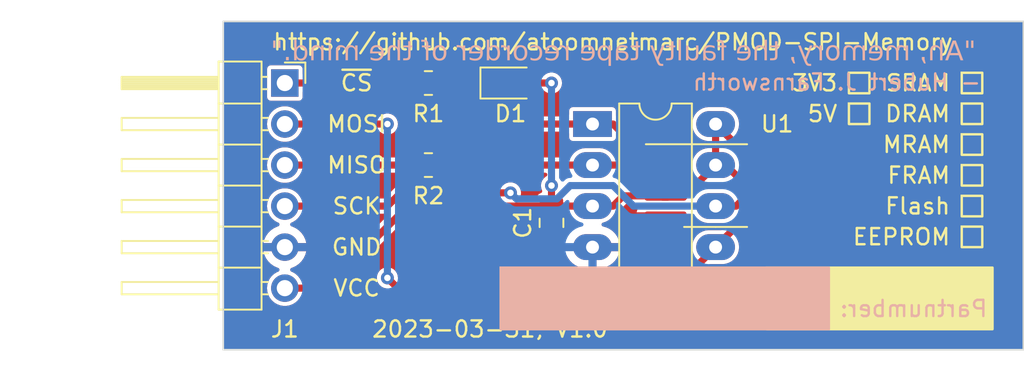
<source format=kicad_pcb>
(kicad_pcb (version 20221018) (generator pcbnew)
  (title_block (title "PMOD SPI Memory") (date "2023-03-31") (rev "V1.0") (company "https://github.com/atoomnetmarc/PMOD-SPI-Memory"))
  (layers (0 "F.Cu" signal) (31 "B.Cu" signal) (34 "B.Paste" user) (35 "F.Paste" user) (36 "B.SilkS" user "B.Silkscreen") (37 "F.SilkS" user "F.Silkscreen") (38 "B.Mask" user) (39 "F.Mask" user) (44 "Edge.Cuts" user))
  (net 0 "")
  (net 1 "GND")
  (net 2 "~{CS}")
  (net 3 "MOSI")
  (net 4 "Net-(J1-MISO)")
  (net 5 "SCK")
  (net 6 "MISO")
  (net 7 "Net-(D1-K)")
  (net 8 "+3V3")
  (footprint "Package-extra:Frankenstein-8" (layer "F.Cu") (at 128.27 107.95)
    (fp_text reference "U1" (at 3.81 -3.81) (layer "F.SilkS"))
    (fp_text value "SPI Memory")
    (fp_line (start -5.969 -5.08) (end -5.969 5.2) (stroke (width 0.12)) (layer "F.SilkS"))
    (fp_line (start -5.969 5.2) (end -1.469 5.2) (stroke (width 0.12)) (layer "F.SilkS"))
    (fp_line (start -4.719 -5.08) (end -5.969 -5.08) (stroke (width 0.12)) (layer "F.SilkS"))
    (fp_line (start -1.469 -5.08) (end -2.719 -5.08) (stroke (width 0.12)) (layer "F.SilkS"))
    (fp_line (start -1.469 5.2) (end -1.469 -5.08) (stroke (width 0.12)) (layer "F.SilkS"))
    (fp_line (start 0 -2.56) (end -4.318 -2.56) (stroke (width 0.12)) (layer "F.SilkS"))
    (fp_line (start 0 -2.56) (end 1.95 -2.56) (stroke (width 0.12)) (layer "F.SilkS"))
    (fp_line (start 0 2.56) (end -1.95 2.56) (stroke (width 0.12)) (layer "F.SilkS"))
    (fp_line (start 0 2.56) (end 1.95 2.56) (stroke (width 0.12)) (layer "F.SilkS"))
    (fp_arc (start -2.719 -5.08) (mid -3.719 -4.08) (end -4.719 -5.08) (stroke (width 0.12)) (layer "F.SilkS"))
    (pad "1" thru_hole rect (at -7.62 -3.81) (size 2.4 1.6) (drill 0.8) (layers "*.Cu" "*.Mask") (net 2 "~{CS}"))
    (pad "1" smd roundrect (at -3.5932 -1.905) (size 1.6 0.6) (layers "F.Cu" "F.Paste" "F.Mask") (net 2 "~{CS}"))
    (pad "1" smd roundrect (at -2.625 -1.905) (size 1.65 0.6) (layers "F.Cu" "F.Paste" "F.Mask") (net 2 "~{CS}"))
    (pad "2" thru_hole oval (at -7.62 -1.27) (size 2.4 1.6) (drill 0.8) (layers "*.Cu" "*.Mask") (net 6 "MISO"))
    (pad "2" smd roundrect (at -3.5932 -0.635) (size 1.6 0.6) (layers "F.Cu" "F.Paste" "F.Mask") (net 6 "MISO"))
    (pad "2" smd roundrect (at -2.625 -0.635) (size 1.65 0.6) (layers "F.Cu" "F.Paste" "F.Mask") (net 6 "MISO"))
    (pad "3" thru_hole oval (at -7.62 1.27) (size 2.4 1.6) (drill 0.8) (layers "*.Cu" "*.Mask") (net 8 "+3V3"))
    (pad "3" smd roundrect (at -3.5932 0.635) (size 1.6 0.6) (layers "F.Cu" "F.Paste" "F.Mask") (net 8 "+3V3"))
    (pad "3" smd roundrect (at -2.625 0.635) (size 1.65 0.6) (layers "F.Cu" "F.Paste" "F.Mask") (net 8 "+3V3"))
    (pad "4" thru_hole oval (at -7.62 3.81) (size 2.4 1.6) (drill 0.8) (layers "*.Cu" "*.Mask") (net 1 "GND"))
    (pad "4" smd roundrect (at -3.5932 1.905) (size 1.6 0.6) (layers "F.Cu" "F.Paste" "F.Mask") (net 1 "GND"))
    (pad "4" smd roundrect (at -2.625 1.905) (size 1.65 0.6) (layers "F.Cu" "F.Paste" "F.Mask") (net 1 "GND"))
    (pad "5" thru_hole oval (at 0 3.81) (size 2.4 1.6) (drill 0.8) (layers "*.Cu" "*.Mask") (net 3 "MOSI"))
    (pad "5" smd roundrect (at 2.625 1.905) (size 1.65 0.6) (layers "F.Cu" "F.Paste" "F.Mask") (net 3 "MOSI"))
    (pad "5" smd roundrect (at 3.6068 1.905) (size 1.6 0.6) (layers "F.Cu" "F.Paste" "F.Mask") (net 3 "MOSI"))
    (pad "6" thru_hole oval (at 0 1.27) (size 2.4 1.6) (drill 0.8) (layers "*.Cu" "*.Mask") (net 5 "SCK"))
    (pad "6" smd roundrect (at 2.625 0.635) (size 1.65 0.6) (layers "F.Cu" "F.Paste" "F.Mask") (net 5 "SCK"))
    (pad "6" smd roundrect (at 3.6068 0.635) (size 1.6 0.6) (layers "F.Cu" "F.Paste" "F.Mask") (net 5 "SCK"))
    (pad "7" thru_hole oval (at 0 -1.27) (size 2.4 1.6) (drill 0.8) (layers "*.Cu" "*.Mask") (net 8 "+3V3"))
    (pad "7" smd roundrect (at 2.625 -0.635) (size 1.65 0.6) (layers "F.Cu" "F.Paste" "F.Mask") (net 8 "+3V3"))
    (pad "7" smd roundrect (at 3.6068 -0.635) (size 1.6 0.6) (layers "F.Cu" "F.Paste" "F.Mask") (net 8 "+3V3"))
    (pad "8" thru_hole oval (at 0 -3.81) (size 2.4 1.6) (drill 0.8) (layers "*.Cu" "*.Mask") (net 8 "+3V3"))
    (pad "8" smd roundrect (at 2.625 -1.905) (size 1.65 0.6) (layers "F.Cu" "F.Paste" "F.Mask") (net 8 "+3V3"))
    (pad "8" smd roundrect (at 3.6068 -1.905) (size 1.6 0.6) (layers "F.Cu" "F.Paste" "F.Mask") (net 8 "+3V3"))
  )
  (footprint "Connector_PinHeader_2.54mm-extra:PinHeader_1x06_P2.54mm_Horizontal" (layer "F.Cu") (at 101.6 101.6)
    (fp_text reference "J1" (at 0 15.24) (layer "F.SilkS"))
    (fp_text value "Pmod peripheral SPI")
    (fp_line (start -10.1 -0.38) (end -10.1 0.38) (stroke (width 0.12)) (layer "F.SilkS"))
    (fp_line (start -10.1 0.38) (end -4.1 0.38) (stroke (width 0.12)) (layer "F.SilkS"))
    (fp_line (start -10.1 2.16) (end -10.1 2.92) (stroke (width 0.12)) (layer "F.SilkS"))
    (fp_line (start -10.1 2.92) (end -4.1 2.92) (stroke (width 0.12)) (layer "F.SilkS"))
    (fp_line (start -10.1 4.7) (end -10.1 5.46) (stroke (width 0.12)) (layer "F.SilkS"))
    (fp_line (start -10.1 5.46) (end -4.1 5.46) (stroke (width 0.12)) (layer "F.SilkS"))
    (fp_line (start -10.1 7.24) (end -10.1 8) (stroke (width 0.12)) (layer "F.SilkS"))
    (fp_line (start -10.1 8) (end -4.1 8) (stroke (width 0.12)) (layer "F.SilkS"))
    (fp_line (start -10.1 9.78) (end -10.1 10.54) (stroke (width 0.12)) (layer "F.SilkS"))
    (fp_line (start -10.1 10.54) (end -4.1 10.54) (stroke (width 0.12)) (layer "F.SilkS"))
    (fp_line (start -10.1 12.32) (end -10.1 13.08) (stroke (width 0.12)) (layer "F.SilkS"))
    (fp_line (start -10.1 13.08) (end -4.1 13.08) (stroke (width 0.12)) (layer "F.SilkS"))
    (fp_line (start -4.1 -1.33) (end -1.44 -1.33) (stroke (width 0.12)) (layer "F.SilkS"))
    (fp_line (start -4.1 -0.38) (end -10.1 -0.38) (stroke (width 0.12)) (layer "F.SilkS"))
    (fp_line (start -4.1 -0.32) (end -10.1 -0.32) (stroke (width 0.12)) (layer "F.SilkS"))
    (fp_line (start -4.1 -0.2) (end -10.1 -0.2) (stroke (width 0.12)) (layer "F.SilkS"))
    (fp_line (start -4.1 -0.08) (end -10.1 -0.08) (stroke (width 0.12)) (layer "F.SilkS"))
    (fp_line (start -4.1 0.04) (end -10.1 0.04) (stroke (width 0.12)) (layer "F.SilkS"))
    (fp_line (start -4.1 0.16) (end -10.1 0.16) (stroke (width 0.12)) (layer "F.SilkS"))
    (fp_line (start -4.1 0.28) (end -10.1 0.28) (stroke (width 0.12)) (layer "F.SilkS"))
    (fp_line (start -4.1 2.16) (end -10.1 2.16) (stroke (width 0.12)) (layer "F.SilkS"))
    (fp_line (start -4.1 4.7) (end -10.1 4.7) (stroke (width 0.12)) (layer "F.SilkS"))
    (fp_line (start -4.1 7.24) (end -10.1 7.24) (stroke (width 0.12)) (layer "F.SilkS"))
    (fp_line (start -4.1 9.78) (end -10.1 9.78) (stroke (width 0.12)) (layer "F.SilkS"))
    (fp_line (start -4.1 12.32) (end -10.1 12.32) (stroke (width 0.12)) (layer "F.SilkS"))
    (fp_line (start -4.1 14.03) (end -4.1 -1.33) (stroke (width 0.12)) (layer "F.SilkS"))
    (fp_line (start -1.44 -1.33) (end -1.44 14.03) (stroke (width 0.12)) (layer "F.SilkS"))
    (fp_line (start -1.44 1.27) (end -4.1 1.27) (stroke (width 0.12)) (layer "F.SilkS"))
    (fp_line (start -1.44 3.81) (end -4.1 3.81) (stroke (width 0.12)) (layer "F.SilkS"))
    (fp_line (start -1.44 6.35) (end -4.1 6.35) (stroke (width 0.12)) (layer "F.SilkS"))
    (fp_line (start -1.44 8.89) (end -4.1 8.89) (stroke (width 0.12)) (layer "F.SilkS"))
    (fp_line (start -1.44 11.43) (end -4.1 11.43) (stroke (width 0.12)) (layer "F.SilkS"))
    (fp_line (start -1.44 14.03) (end -4.1 14.03) (stroke (width 0.12)) (layer "F.SilkS"))
    (fp_line (start -1.11 -0.38) (end -1.44 -0.38) (stroke (width 0.12)) (layer "F.SilkS"))
    (fp_line (start -1.11 0.38) (end -1.44 0.38) (stroke (width 0.12)) (layer "F.SilkS"))
    (fp_line (start -1.042929 2.16) (end -1.44 2.16) (stroke (width 0.12)) (layer "F.SilkS"))
    (fp_line (start -1.042929 2.92) (end -1.44 2.92) (stroke (width 0.12)) (layer "F.SilkS"))
    (fp_line (start -1.042929 4.7) (end -1.44 4.7) (stroke (width 0.12)) (layer "F.SilkS"))
    (fp_line (start -1.042929 5.46) (end -1.44 5.46) (stroke (width 0.12)) (layer "F.SilkS"))
    (fp_line (start -1.042929 7.24) (end -1.44 7.24) (stroke (width 0.12)) (layer "F.SilkS"))
    (fp_line (start -1.042929 8) (end -1.44 8) (stroke (width 0.12)) (layer "F.SilkS"))
    (fp_line (start -1.042929 9.78) (end -1.44 9.78) (stroke (width 0.12)) (layer "F.SilkS"))
    (fp_line (start -1.042929 10.54) (end -1.44 10.54) (stroke (width 0.12)) (layer "F.SilkS"))
    (fp_line (start -1.042929 12.32) (end -1.44 12.32) (stroke (width 0.12)) (layer "F.SilkS"))
    (fp_line (start -1.042929 13.08) (end -1.44 13.08) (stroke (width 0.12)) (layer "F.SilkS"))
    (fp_line (start 1.27 -1.27) (end 0 -1.27) (stroke (width 0.12)) (layer "F.SilkS"))
    (fp_line (start 1.27 0) (end 1.27 -1.27) (stroke (width 0.12)) (layer "F.SilkS"))
    (pad "1" thru_hole rect (at 0 0) (size 1.7 1.7) (drill 1) (layers "*.Cu" "*.Mask") (net 2 "~{CS}"))
    (pad "2" thru_hole oval (at 0 2.54) (size 1.7 1.7) (drill 1) (layers "*.Cu" "*.Mask") (net 3 "MOSI"))
    (pad "3" thru_hole oval (at 0 5.08) (size 1.7 1.7) (drill 1) (layers "*.Cu" "*.Mask") (net 4 "Net-(J1-MISO)"))
    (pad "4" thru_hole oval (at 0 7.62) (size 1.7 1.7) (drill 1) (layers "*.Cu" "*.Mask") (net 5 "SCK"))
    (pad "5" thru_hole oval (at 0 10.16) (size 1.7 1.7) (drill 1) (layers "*.Cu" "*.Mask") (net 1 "GND"))
    (pad "6" thru_hole oval (at 0 12.7) (size 1.7 1.7) (drill 1) (layers "*.Cu" "*.Mask") (net 8 "+3V3"))
  )
  (footprint "LED_SMD:LED_0805_2012Metric_Pad1.15x1.40mm_HandSolder" (layer "F.Cu") (at 115.57 101.6)
    (fp_text reference "D1" (at 0 1.905) (layer "F.SilkS"))
    (fp_text value "Blue")
    (fp_line (start -1.86 -0.96) (end -1.86 0.96) (stroke (width 0.12)) (layer "F.SilkS"))
    (fp_line (start -1.86 0.96) (end 1 0.96) (stroke (width 0.12)) (layer "F.SilkS"))
    (fp_line (start 1 -0.96) (end -1.86 -0.96) (stroke (width 0.12)) (layer "F.SilkS"))
    (pad "1" smd roundrect (at -1.025 0) (size 1.15 1.4) (layers "F.Cu" "F.Paste" "F.Mask") (roundrect_rratio 0.2173913043) (net 7 "Net-(D1-K)"))
    (pad "2" smd roundrect (at 1.025 0) (size 1.15 1.4) (layers "F.Cu" "F.Paste" "F.Mask") (roundrect_rratio 0.2173913043) (net 8 "+3V3"))
  )
  (footprint "Resistor_SMD:R_0805_2012Metric_Pad1.20x1.40mm_HandSolder" (layer "F.Cu") (at 110.49 106.68)
    (fp_text reference "R2" (at 0 1.905) (layer "F.SilkS"))
    (fp_text value "100R")
    (fp_line (start -0.227064 -0.735) (end 0.227064 -0.735) (stroke (width 0.12)) (layer "F.SilkS"))
    (fp_line (start -0.227064 0.735) (end 0.227064 0.735) (stroke (width 0.12)) (layer "F.SilkS"))
    (pad "1" smd roundrect (at -1 0) (size 1.2 1.4) (layers "F.Cu" "F.Paste" "F.Mask") (roundrect_rratio 0.2083333333) (net 4 "Net-(J1-MISO)"))
    (pad "2" smd roundrect (at 1 0) (size 1.2 1.4) (layers "F.Cu" "F.Paste" "F.Mask") (roundrect_rratio 0.2083333333) (net 6 "MISO"))
  )
  (footprint "Capacitor_SMD:C_0805_2012Metric_Pad1.18x1.45mm_HandSolder" (layer "F.Cu") (at 118.11 110.2575 -90)
    (fp_text reference "C1" (at 0 1.778 90) (layer "F.SilkS"))
    (fp_text value "100n")
    (fp_line (start -0.261252 -0.735) (end 0.261252 -0.735) (stroke (width 0.12)) (layer "F.SilkS"))
    (fp_line (start -0.261252 0.735) (end 0.261252 0.735) (stroke (width 0.12)) (layer "F.SilkS"))
    (pad "1" smd roundrect (at -1.0375 0 270) (size 1.175 1.45) (layers "F.Cu" "F.Paste" "F.Mask") (roundrect_rratio 0.2127659574) (net 8 "+3V3"))
    (pad "2" smd roundrect (at 1.0375 0 270) (size 1.175 1.45) (layers "F.Cu" "F.Paste" "F.Mask") (roundrect_rratio 0.2127659574) (net 1 "GND"))
  )
  (footprint "Resistor_SMD:R_0805_2012Metric_Pad1.20x1.40mm_HandSolder" (layer "F.Cu") (at 110.49 101.6 180)
    (fp_text reference "R1" (at 0 -1.905) (layer "F.SilkS"))
    (fp_text value "1k")
    (fp_line (start -0.227064 -0.735) (end 0.227064 -0.735) (stroke (width 0.12)) (layer "F.SilkS"))
    (fp_line (start -0.227064 0.735) (end 0.227064 0.735) (stroke (width 0.12)) (layer "F.SilkS"))
    (pad "1" smd roundrect (at -1 0 180) (size 1.2 1.4) (layers "F.Cu" "F.Paste" "F.Mask") (roundrect_rratio 0.2083333333) (net 7 "Net-(D1-K)"))
    (pad "2" smd roundrect (at 1 0 180) (size 1.2 1.4) (layers "F.Cu" "F.Paste" "F.Mask") (roundrect_rratio 0.2083333333) (net 2 "~{CS}"))
  )
  (gr_rect (start 114.962856 116.84) (end 135.282856 113.03) (stroke (width 0.15)) (fill solid) (layer "B.SilkS"))
  (gr_rect (start 131.445 113.03) (end 145.415 116.84) (stroke (width 0.15)) (fill solid) (layer "F.SilkS"))
  (gr_rect (start 136.525 102.87) (end 137.795 104.14) (stroke (width 0.15)) (fill none) (layer "F.SilkS"))
  (gr_rect (start 143.51 106.68) (end 144.78 107.95) (stroke (width 0.15)) (fill none) (layer "F.SilkS"))
  (gr_rect (start 143.51 104.775) (end 144.78 106.045) (stroke (width 0.15)) (fill none) (layer "F.SilkS"))
  (gr_rect (start 143.51 108.585) (end 144.78 109.855) (stroke (width 0.15)) (fill none) (layer "F.SilkS"))
  (gr_rect (start 136.525 100.965) (end 137.795 102.235) (stroke (width 0.15)) (fill none) (layer "F.SilkS"))
  (gr_rect (start 143.51 102.87) (end 144.78 104.14) (stroke (width 0.15)) (fill none) (layer "F.SilkS"))
  (gr_rect (start 143.51 100.965) (end 144.78 102.235) (stroke (width 0.15)) (fill none) (layer "F.SilkS"))
  (gr_rect (start 143.51 110.49) (end 144.78 111.76) (stroke (width 0.15)) (fill none) (layer "F.SilkS"))
  (gr_line (start 147.32 118.11) (end 147.32 97.79) (stroke (width 0.1)) (layer "Edge.Cuts"))
  (gr_line (start 147.32 97.79) (end 97.79 97.79) (stroke (width 0.1)) (layer "Edge.Cuts"))
  (gr_line (start 97.79 97.79) (end 97.79 118.11) (stroke (width 0.1)) (layer "Edge.Cuts"))
  (gr_line (start 97.79 118.11) (end 147.32 118.11) (stroke (width 0.1)) (layer "Edge.Cuts"))
  (gr_text "Partnumber:" (at 135.89 115.57) (layer "B.SilkS") (effects (font (size 1 1)) (justify right mirror)))
  (gr_text "{dblquote}Ah, memory, the faulty tape recorder of the mind.{dblquote}" (at 122.555 99.695) (layer "B.SilkS") (effects (font (size 1.2 1.2)) (justify mirror)))
  (gr_text "- Hubert J. Farnsworth\n" (at 144.78 100.965) (layer "B.SilkS") (effects (font (size 1 1)) (justify left top mirror)))
  (gr_text "MRAM" (at 142.875 105.41) (layer "F.SilkS") (effects (font (size 1 1)) (justify right)))
  (gr_text "SRAM" (at 142.875 101.6) (layer "F.SilkS") (effects (font (size 1 1)) (justify right)))
  (gr_text "EEPROM" (at 142.875 111.125) (layer "F.SilkS") (effects (font (size 1 1)) (justify right)))
  (gr_text "FRAM" (at 142.875 107.315) (layer "F.SilkS") (effects (font (size 1 1)) (justify right)))
  (gr_text "Flash" (at 142.875 109.22) (layer "F.SilkS") (effects (font (size 1 1)) (justify right)))
  (gr_text "3V3" (at 135.89 101.6) (layer "F.SilkS") (effects (font (size 1 1)) (justify right)))
  (gr_text "5V" (at 135.89 103.505) (layer "F.SilkS") (effects (font (size 1 1)) (justify right)))
  (gr_text "MISO" (at 106.045 106.68) (layer "F.SilkS") (effects (font (size 1 1))))
  (gr_text "2023-03-31, V1.0" (at 114.3 116.84) (layer "F.SilkS") (effects (font (size 1 1))))
  (gr_text "~{CS}" (at 106.045 101.6) (layer "F.SilkS") (effects (font (size 1 1))))
  (gr_text "Capacity:" (at 130.81 115.57) (layer "F.SilkS") (effects (font (size 1 1)) (justify right)))
  (gr_text "https://github.com/atoomnetmarc/PMOD-SPI-Memory" (at 121.92 99.06) (layer "F.SilkS") (effects (font (size 1 1))))
  (gr_text "VCC" (at 106.045 114.3) (layer "F.SilkS") (effects (font (size 1 1))))
  (gr_text "SCK" (at 106.045 109.22) (layer "F.SilkS") (effects (font (size 1 1))))
  (gr_text "GND" (at 106.045 111.76) (layer "F.SilkS") (effects (font (size 1 1))))
  (gr_text "MOSI" (at 106.045 104.14) (layer "F.SilkS") (effects (font (size 1 1))))
  (gr_text "DRAM" (at 142.875 103.505) (layer "F.SilkS") (effects (font (size 1 1)) (justify right)))
  (segment (start 111.125 104.14) (end 109.49 102.505) (width 0.44) (layer "F.Cu") (net 2))
  (segment (start 120.65 104.14) (end 121.92 104.14) (width 0.44) (layer "F.Cu") (net 2))
  (segment (start 111.125 104.14) (end 120.65 104.14) (width 0.44) (layer "F.Cu") (net 2))
  (segment (start 121.92 104.14) (end 123.825 106.045) (width 0.44) (layer "F.Cu") (net 2))
  (segment (start 109.49 102.505) (end 109.49 101.6) (width 0.44) (layer "F.Cu") (net 2))
  (segment (start 123.825 106.045) (end 124.6768 106.045) (width 0.44) (layer "F.Cu") (net 2))
  (segment (start 101.6 101.6) (end 109.49 101.6) (width 0.44) (layer "F.Cu") (net 2))
  (segment (start 130.175 109.855) (end 130.895 109.855) (width 0.44) (layer "F.Cu") (net 3))
  (segment (start 125.73 114.3) (end 128.27 111.76) (width 0.44) (layer "F.Cu") (net 3))
  (segment (start 107.95 113.665) (end 108.585 114.3) (width 0.44) (layer "F.Cu") (net 3))
  (segment (start 128.27 111.76) (end 130.175 109.855) (width 0.44) (layer "F.Cu") (net 3))
  (segment (start 108.585 114.3) (end 125.73 114.3) (width 0.44) (layer "F.Cu") (net 3))
  (segment (start 107.95 104.14) (end 101.6 104.14) (width 0.44) (layer "F.Cu") (net 3))
  (via (at 107.95 113.665) (size 0.8) (drill 0.4) (layers "F.Cu" "B.Cu") (net 3))
  (via (at 107.95 104.14) (size 0.8) (drill 0.4) (layers "F.Cu" "B.Cu") (net 3))
  (segment (start 107.95 113.665) (end 107.95 104.14) (width 0.44) (layer "B.Cu") (net 3))
  (segment (start 101.6 106.68) (end 109.49 106.68) (width 0.44) (layer "F.Cu") (net 4))
  (segment (start 107.95 109.22) (end 101.6 109.22) (width 0.44) (layer "F.Cu") (net 5))
  (segment (start 130.895 108.585) (end 130.175 108.585) (width 0.44) (layer "F.Cu") (net 5))
  (segment (start 130.175 108.585) (end 129.54 109.22) (width 0.44) (layer "F.Cu") (net 5))
  (segment (start 115.57 108.4005) (end 108.7695 108.4005) (width 0.44) (layer "F.Cu") (net 5))
  (segment (start 129.54 109.22) (end 128.27 109.22) (width 0.44) (layer "F.Cu") (net 5))
  (segment (start 108.7695 108.4005) (end 107.95 109.22) (width 0.44) (layer "F.Cu") (net 5))
  (via (at 115.57 108.4005) (size 0.8) (drill 0.4) (layers "F.Cu" "B.Cu") (net 5))
  (segment (start 119.269656 107.95) (end 118.449656 108.77) (width 0.44) (layer "B.Cu") (net 5))
  (segment (start 121.92 107.95) (end 119.269656 107.95) (width 0.44) (layer "B.Cu") (net 5))
  (segment (start 118.449656 108.77) (end 115.9395 108.77) (width 0.44) (layer "B.Cu") (net 5))
  (segment (start 123.19 109.22) (end 121.92 107.95) (width 0.44) (layer "B.Cu") (net 5))
  (segment (start 115.9395 108.77) (end 115.57 108.4005) (width 0.44) (layer "B.Cu") (net 5))
  (segment (start 123.19 109.22) (end 128.27 109.22) (width 0.44) (layer "B.Cu") (net 5))
  (segment (start 120.65 106.68) (end 122.555 106.68) (width 0.44) (layer "F.Cu") (net 6))
  (segment (start 111.49 106.68) (end 120.65 106.68) (width 0.44) (layer "F.Cu") (net 6))
  (segment (start 123.19 107.315) (end 124.6768 107.315) (width 0.44) (layer "F.Cu") (net 6))
  (segment (start 122.555 106.68) (end 123.19 107.315) (width 0.44) (layer "F.Cu") (net 6))
  (segment (start 111.49 101.6) (end 114.545 101.6) (width 0.44) (layer "F.Cu") (net 7))
  (segment (start 128.27 104.14) (end 128.27 106.68) (width 0.44) (layer "F.Cu") (net 8))
  (segment (start 118.11 109.22) (end 120.65 109.22) (width 0.44) (layer "F.Cu") (net 8))
  (segment (start 118.11 107.95) (end 118.11 109.22) (width 0.44) (layer "F.Cu") (net 8))
  (segment (start 130.175 106.045) (end 130.895 106.045) (width 0.44) (layer "F.Cu") (net 8))
  (segment (start 129.54 107.315) (end 130.895 107.315) (width 0.44) (layer "F.Cu") (net 8))
  (segment (start 120.65 109.22) (end 121.92 109.22) (width 0.44) (layer "F.Cu") (net 8))
  (segment (start 101.6 114.3) (end 104.14 114.3) (width 0.44) (layer "F.Cu") (net 8))
  (segment (start 104.14 114.3) (end 109.22 109.22) (width 0.44) (layer "F.Cu") (net 8))
  (segment (start 128.905 106.68) (end 129.54 107.315) (width 0.44) (layer "F.Cu") (net 8))
  (segment (start 125.645 108.585) (end 126.365 108.585) (width 0.44) (layer "F.Cu") (net 8))
  (segment (start 128.27 104.14) (end 130.175 106.045) (width 0.44) (layer "F.Cu") (net 8))
  (segment (start 109.22 109.22) (end 118.11 109.22) (width 0.44) (layer "F.Cu") (net 8))
  (segment (start 126.365 108.585) (end 128.27 106.68) (width 0.44) (layer "F.Cu") (net 8))
  (segment (start 128.27 106.68) (end 128.905 106.68) (width 0.44) (layer "F.Cu") (net 8))
  (segment (start 116.595 101.6) (end 118.11 101.6) (width 0.44) (layer "F.Cu") (net 8))
  (segment (start 121.92 109.22) (end 122.555 108.585) (width 0.44) (layer "F.Cu") (net 8))
  (segment (start 122.555 108.585) (end 124.6768 108.585) (width 0.44) (layer "F.Cu") (net 8))
  (via (at 118.11 101.6) (size 0.8) (drill 0.4) (layers "F.Cu" "B.Cu") (net 8))
  (via (at 118.11 107.95) (size 0.8) (drill 0.4) (layers "F.Cu" "B.Cu") (net 8))
  (segment (start 118.11 107.95) (end 118.11 101.6) (width 0.44) (layer "B.Cu") (net 8))
  (zone (net 1) (net_name "GND") (layers "F&B.Cu") (connect_pads (clearance 0.25)) (min_thickness 0.25) (fill yes (thermal_gap 0.5) (thermal_bridge_width 0.5))
    (polygon (pts (xy 97.79 97.79) (xy 147.32 97.79) (xy 147.32 118.11) (xy 97.79 118.11)))
  )
)
</source>
